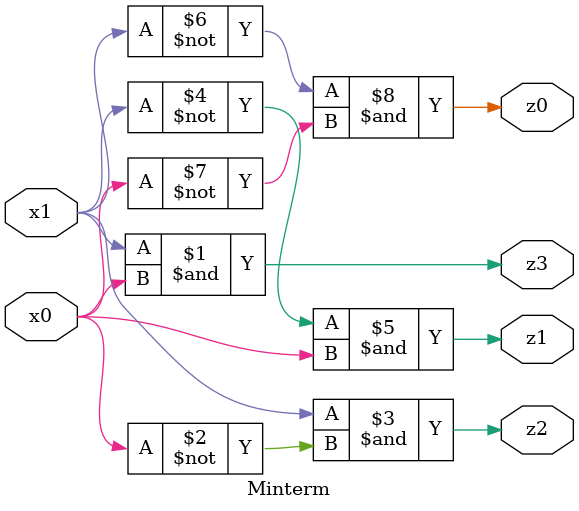
<source format=v>
/**
 *
 * File:    Minterm.v
 *          Un mintermine e' una funzione booleana che assume il valore 1 (ossia
 *          vero, asserito) in corrispondenza di un'unica configurazione di
 *          variabili d'ingresso (booleane) indipendenti. Le reti combinatorie
 *          che implementano i mintermini sono costruibili con porte NOT
 *          e AND.
 *          
 *          Di seguito l'implementazione dei quattro mintermini di una rete
 *          logica con due ingressi.
 *
 * Author:  Rambod Rahmani <rambodrahmani@autistici.org>
 *          Created on 22/04/2019.
 *
 */

module Minterm(x1, x0, z3, z2, z1, z0);
    input x1, x0;
    output z3, z2, z1, z0;

    assign z3 = x1 & x0;
    assign z2 = x1 & ~x0;
    assign z1 = ~x1 & x0;
    assign z0 = ~x1 & ~x0;
endmodule


</source>
